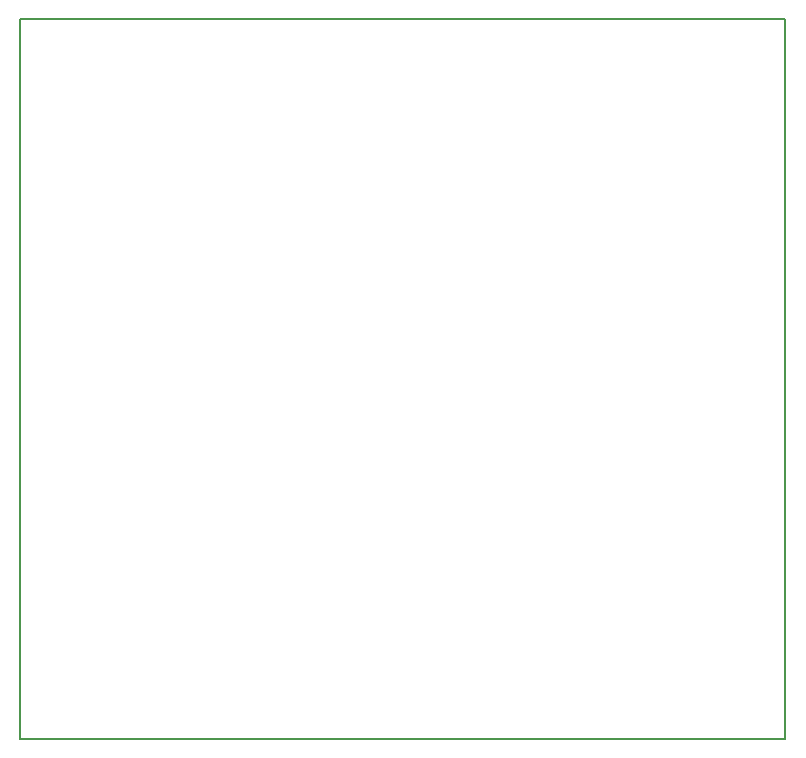
<source format=gbr>
%TF.GenerationSoftware,KiCad,Pcbnew,8.0.5*%
%TF.CreationDate,2024-10-17T13:29:10-04:00*%
%TF.ProjectId,PCB,5043422e-6b69-4636-9164-5f7063625858,rev?*%
%TF.SameCoordinates,Original*%
%TF.FileFunction,Profile,NP*%
%FSLAX46Y46*%
G04 Gerber Fmt 4.6, Leading zero omitted, Abs format (unit mm)*
G04 Created by KiCad (PCBNEW 8.0.5) date 2024-10-17 13:29:10*
%MOMM*%
%LPD*%
G01*
G04 APERTURE LIST*
%TA.AperFunction,Profile*%
%ADD10C,0.200000*%
%TD*%
G04 APERTURE END LIST*
D10*
X171450000Y-83820000D02*
X236220000Y-83820000D01*
X236220000Y-144780000D01*
X171450000Y-144780000D01*
X171450000Y-83820000D01*
M02*

</source>
